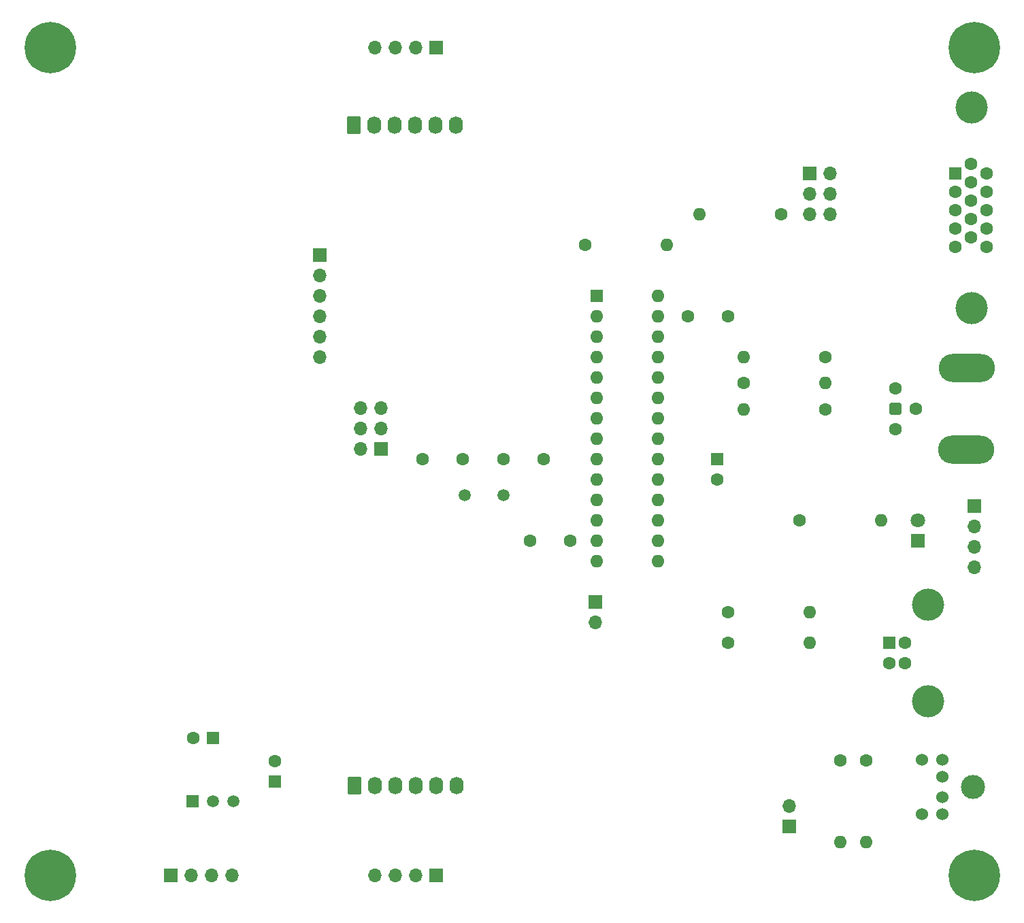
<source format=gbr>
%TF.GenerationSoftware,KiCad,Pcbnew,(6.0.4-0)*%
%TF.CreationDate,2024-05-14T17:36:31+10:00*%
%TF.ProjectId,Video terminal ,56696465-6f20-4746-9572-6d696e616c20,rev?*%
%TF.SameCoordinates,Original*%
%TF.FileFunction,Soldermask,Top*%
%TF.FilePolarity,Negative*%
%FSLAX46Y46*%
G04 Gerber Fmt 4.6, Leading zero omitted, Abs format (unit mm)*
G04 Created by KiCad (PCBNEW (6.0.4-0)) date 2024-05-14 17:36:31*
%MOMM*%
%LPD*%
G01*
G04 APERTURE LIST*
G04 Aperture macros list*
%AMRoundRect*
0 Rectangle with rounded corners*
0 $1 Rounding radius*
0 $2 $3 $4 $5 $6 $7 $8 $9 X,Y pos of 4 corners*
0 Add a 4 corners polygon primitive as box body*
4,1,4,$2,$3,$4,$5,$6,$7,$8,$9,$2,$3,0*
0 Add four circle primitives for the rounded corners*
1,1,$1+$1,$2,$3*
1,1,$1+$1,$4,$5*
1,1,$1+$1,$6,$7*
1,1,$1+$1,$8,$9*
0 Add four rect primitives between the rounded corners*
20,1,$1+$1,$2,$3,$4,$5,0*
20,1,$1+$1,$4,$5,$6,$7,0*
20,1,$1+$1,$6,$7,$8,$9,0*
20,1,$1+$1,$8,$9,$2,$3,0*%
G04 Aperture macros list end*
%ADD10C,4.000000*%
%ADD11R,1.600000X1.600000*%
%ADD12C,1.600000*%
%ADD13RoundRect,0.250000X-0.620000X-0.845000X0.620000X-0.845000X0.620000X0.845000X-0.620000X0.845000X0*%
%ADD14O,1.740000X2.190000*%
%ADD15C,3.000000*%
%ADD16C,1.524000*%
%ADD17O,7.000000X3.500000*%
%ADD18RoundRect,0.400000X-0.400000X0.400000X-0.400000X-0.400000X0.400000X-0.400000X0.400000X0.400000X0*%
%ADD19O,1.600000X1.600000*%
%ADD20R,1.700000X1.700000*%
%ADD21O,1.700000X1.700000*%
%ADD22C,1.500000*%
%ADD23C,0.800000*%
%ADD24C,6.400000*%
%ADD25R,1.800000X1.800000*%
%ADD26C,1.800000*%
%ADD27R,1.500000X1.500000*%
G04 APERTURE END LIST*
D10*
%TO.C,J1*%
X149650000Y-32415000D03*
X149650000Y-57415000D03*
D11*
X147600000Y-40600000D03*
D12*
X147600000Y-42890000D03*
X147600000Y-45180000D03*
X147600000Y-47470000D03*
X147600000Y-49760000D03*
X149580000Y-39455000D03*
X149580000Y-41745000D03*
X149580000Y-44035000D03*
X149580000Y-46325000D03*
X149580000Y-48615000D03*
X151560000Y-40600000D03*
X151560000Y-42890000D03*
X151560000Y-45180000D03*
X151560000Y-47470000D03*
X151560000Y-49760000D03*
%TD*%
D11*
%TO.C,C9*%
X55300000Y-110900000D03*
D12*
X52800000Y-110900000D03*
%TD*%
D11*
%TO.C,C8*%
X63000000Y-116300000D03*
D12*
X63000000Y-113800000D03*
%TD*%
D13*
%TO.C,J11*%
X72800000Y-34600000D03*
D14*
X75340000Y-34600000D03*
X77880000Y-34600000D03*
X80420000Y-34600000D03*
X82960000Y-34600000D03*
X85500000Y-34600000D03*
%TD*%
D15*
%TO.C,J4*%
X149800000Y-117000000D03*
D16*
X146000000Y-115700000D03*
X146000000Y-118300000D03*
X146000000Y-113600000D03*
X146000000Y-120400000D03*
X143500000Y-113600000D03*
X143500000Y-120400000D03*
%TD*%
D17*
%TO.C,J2*%
X148990000Y-74980000D03*
X149090000Y-64820000D03*
D18*
X140200000Y-69900000D03*
D12*
X140200000Y-67360000D03*
X142740000Y-69900000D03*
X140200000Y-72440000D03*
%TD*%
%TO.C,R1*%
X136525000Y-113665000D03*
D19*
X136525000Y-123825000D03*
%TD*%
D12*
%TO.C,R3*%
X126000000Y-45720000D03*
D19*
X115840000Y-45720000D03*
%TD*%
D12*
%TO.C,R4*%
X131445000Y-70000000D03*
D19*
X121285000Y-70000000D03*
%TD*%
D12*
%TO.C,R5*%
X131445000Y-63500000D03*
D19*
X121285000Y-63500000D03*
%TD*%
D11*
%TO.C,U1*%
X103000000Y-55880000D03*
D19*
X103000000Y-58420000D03*
X103000000Y-60960000D03*
X103000000Y-63500000D03*
X103000000Y-66040000D03*
X103000000Y-68580000D03*
X103000000Y-71120000D03*
X103000000Y-73660000D03*
X103000000Y-76200000D03*
X103000000Y-78740000D03*
X103000000Y-81280000D03*
X103000000Y-83820000D03*
X103000000Y-86360000D03*
X103000000Y-88900000D03*
X110620000Y-88900000D03*
X110620000Y-86360000D03*
X110620000Y-83820000D03*
X110620000Y-81280000D03*
X110620000Y-78740000D03*
X110620000Y-76200000D03*
X110620000Y-73660000D03*
X110620000Y-71120000D03*
X110620000Y-68580000D03*
X110620000Y-66040000D03*
X110620000Y-63500000D03*
X110620000Y-60960000D03*
X110620000Y-58420000D03*
X110620000Y-55880000D03*
%TD*%
D20*
%TO.C,J3*%
X68580000Y-50800000D03*
D21*
X68580000Y-53340000D03*
X68580000Y-55880000D03*
X68580000Y-58420000D03*
X68580000Y-60960000D03*
X68580000Y-63500000D03*
%TD*%
D12*
%TO.C,R6*%
X101600000Y-49530000D03*
D19*
X111760000Y-49530000D03*
%TD*%
D12*
%TO.C,C1*%
X91440000Y-76200000D03*
X96440000Y-76200000D03*
%TD*%
%TO.C,C2*%
X86360000Y-76200000D03*
X81360000Y-76200000D03*
%TD*%
%TO.C,R2*%
X133350000Y-113665000D03*
D19*
X133350000Y-123825000D03*
%TD*%
D12*
%TO.C,R7*%
X128270000Y-83820000D03*
D19*
X138430000Y-83820000D03*
%TD*%
D12*
%TO.C,R8*%
X121285000Y-66675000D03*
D19*
X131445000Y-66675000D03*
%TD*%
D22*
%TO.C,Y1*%
X91440000Y-80645000D03*
X86560000Y-80645000D03*
%TD*%
D23*
%TO.C,H1*%
X147600000Y-128000000D03*
X150000000Y-130400000D03*
X150000000Y-125600000D03*
X152400000Y-128000000D03*
X148302944Y-129697056D03*
X151697056Y-126302944D03*
X148302944Y-126302944D03*
X151697056Y-129697056D03*
D24*
X150000000Y-128000000D03*
%TD*%
D23*
%TO.C,H2*%
X37400000Y-25000000D03*
X36697056Y-26697056D03*
X36697056Y-23302944D03*
X32600000Y-25000000D03*
D24*
X35000000Y-25000000D03*
D23*
X33302944Y-26697056D03*
X35000000Y-27400000D03*
X33302944Y-23302944D03*
X35000000Y-22600000D03*
%TD*%
%TO.C,H4*%
X150000000Y-22600000D03*
X148302944Y-23302944D03*
X152400000Y-25000000D03*
D24*
X150000000Y-25000000D03*
D23*
X150000000Y-27400000D03*
X151697056Y-26697056D03*
X151697056Y-23302944D03*
X148302944Y-26697056D03*
X147600000Y-25000000D03*
%TD*%
D12*
%TO.C,C3*%
X99695000Y-86360000D03*
X94695000Y-86360000D03*
%TD*%
D11*
%TO.C,C4*%
X118000000Y-76200000D03*
D12*
X118000000Y-78700000D03*
%TD*%
%TO.C,C5*%
X119380000Y-58420000D03*
X114380000Y-58420000D03*
%TD*%
D25*
%TO.C,D1*%
X143000000Y-86360000D03*
D26*
X143000000Y-83820000D03*
%TD*%
D11*
%TO.C,J8*%
X139400000Y-99060000D03*
D12*
X139400000Y-101560000D03*
X141400000Y-101560000D03*
X141400000Y-99060000D03*
D10*
X144260000Y-106310000D03*
X144260000Y-94310000D03*
%TD*%
D20*
%TO.C,JP7*%
X127000000Y-121920000D03*
D21*
X127000000Y-119380000D03*
%TD*%
D20*
%TO.C,JP8*%
X102870000Y-93980000D03*
D21*
X102870000Y-96520000D03*
%TD*%
D12*
%TO.C,R9*%
X119380000Y-99060000D03*
D19*
X129540000Y-99060000D03*
%TD*%
D12*
%TO.C,R10*%
X119380000Y-95250000D03*
D19*
X129540000Y-95250000D03*
%TD*%
D27*
%TO.C,U2*%
X52705000Y-118745000D03*
D22*
X55245000Y-118745000D03*
X57785000Y-118745000D03*
%TD*%
D14*
%TO.C,J10*%
X85550000Y-116820000D03*
X83010000Y-116820000D03*
X80470000Y-116820000D03*
X77930000Y-116820000D03*
X75390000Y-116820000D03*
D13*
X72850000Y-116820000D03*
%TD*%
D23*
%TO.C,H3*%
X37400000Y-128000000D03*
D24*
X35000000Y-128000000D03*
D23*
X36697056Y-126302944D03*
X36697056Y-129697056D03*
X35000000Y-125600000D03*
X32600000Y-128000000D03*
X33302944Y-129697056D03*
X35000000Y-130400000D03*
X33302944Y-126302944D03*
%TD*%
D20*
%TO.C,J12*%
X76200000Y-74930000D03*
D21*
X73660000Y-74930000D03*
X76200000Y-72390000D03*
X73660000Y-72390000D03*
X76200000Y-69850000D03*
X73660000Y-69850000D03*
%TD*%
D20*
%TO.C,J13*%
X129540000Y-40640000D03*
D21*
X132080000Y-40640000D03*
X129540000Y-43180000D03*
X132080000Y-43180000D03*
X129540000Y-45720000D03*
X132080000Y-45720000D03*
%TD*%
D20*
%TO.C,J5*%
X150000000Y-82000000D03*
D21*
X150000000Y-84540000D03*
X150000000Y-87080000D03*
X150000000Y-89620000D03*
%TD*%
D20*
%TO.C,J6*%
X50000000Y-128000000D03*
D21*
X52540000Y-128000000D03*
X55080000Y-128000000D03*
X57620000Y-128000000D03*
%TD*%
D20*
%TO.C,J7*%
X83000000Y-128000000D03*
D21*
X80460000Y-128000000D03*
X77920000Y-128000000D03*
X75380000Y-128000000D03*
%TD*%
D20*
%TO.C,J9*%
X83000000Y-25000000D03*
D21*
X80460000Y-25000000D03*
X77920000Y-25000000D03*
X75380000Y-25000000D03*
%TD*%
M02*

</source>
